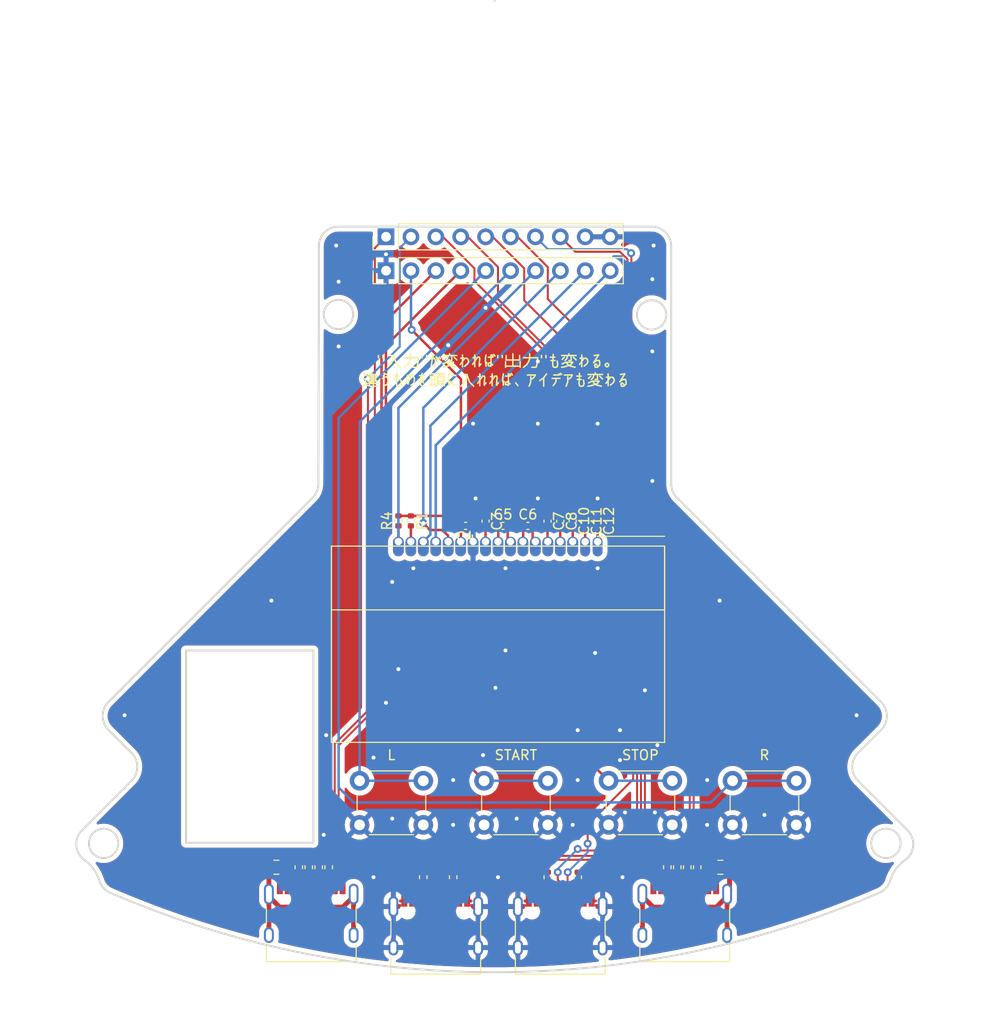
<source format=kicad_pcb>
(kicad_pcb (version 20211014) (generator pcbnew)
  (layers (0 "F.Cu" signal) (31 "B.Cu" signal) (34 "B.Paste" user) (35 "F.Paste" user) (36 "B.SilkS" user "B.Silkscreen") (37 "F.SilkS" user "F.Silkscreen") (38 "B.Mask" user) (39 "F.Mask" user) (44 "Edge.Cuts" user))
  (net 0 "")
  (net 1 "GND")
  (net 2 "Net-(C3-Pad2)")
  (net 3 "+3V3")
  (net 4 "Net-(C5-Pad1)")
  (net 5 "Net-(C5-Pad2)")
  (net 6 "Net-(C6-Pad1)")
  (net 7 "Net-(C6-Pad2)")
  (net 8 "Net-(C7-Pad2)")
  (net 9 "Net-(C8-Pad2)")
  (net 10 "R")
  (net 11 "Net-(C10-Pad2)")
  (net 12 "Net-(C11-Pad2)")
  (net 13 "Net-(C12-Pad2)")
  (net 14 "L")
  (net 16 "Net-(J1-PadA5)")
  (net 17 "Teensy D+")
  (net 18 "Teensy D-")
  (net 20 "Net-(J1-PadB5)")
  (net 22 "Line D+")
  (net 23 "Line D-")
  (net 24 "Cam D+")
  (net 25 "Cam D-")
  (net 27 "Net-(J4-PadA5)")
  (net 29 "Net-(J4-PadB5)")
  (net 31 "CS")
  (net 32 "MOSI")
  (net 33 "RS")
  (net 34 "SCK")
  (net 35 "Net-(FB1-Pad2)")
  (net 37 "Net-(J7-PadA5)")
  (net 39 "Net-(J7-PadB5)")
  (net 41 "Net-(FB2-Pad2)")
  (net 43 "Net-(J2-PadA5)")
  (net 44 "Net-(J2-PadA6)")
  (net 45 "Net-(J2-PadA7)")
  (net 47 "Net-(J2-PadB5)")
  (net 49 "Start")
  (net 50 "Stop")
  (net 51 "IR D+")
  (net 52 "IR D-")
  (net 53 "Net-(J6-Pad2)")
  (net 54 "Net-(J7-PadA6)")
  (net 55 "Net-(J7-PadA7)")
  (footprint "Button_Switch_THT:SW_PUSH_6mm_H5mm" (layer "F.Cu") (at 157.48 137.16 180)
    (fp_text reference "START")
    (fp_text value "SW_DIP_x01" hide)
  )
  (footprint "Resistor_SMD:R_0402_1005Metric" (layer "F.Cu") (at 144.78 142.494 90)
    (fp_text reference "R2" hide)
    (fp_text value "R" hide)
  )
  (footprint "Fuse:Fuse_0805_2012Metric" (layer "F.Cu") (at 129.794 141.478 180)
    (fp_text reference "FB2" hide)
    (fp_text value "Ferrite_Bead" hide)
  )
  (footprint "Resistor_SMD:R_0402_1005Metric" (layer "F.Cu") (at 132.08 141.478 -90)
    (fp_text reference "R12" hide)
    (fp_text value "R" hide)
  )
  (footprint "Resistor_SMD:R_0402_1005Metric" (layer "F.Cu") (at 133.096 141.478 -90)
    (fp_text reference "R14" hide)
    (fp_text value "22R" hide)
  )
  (footprint "Resistor_SMD:R_0402_1005Metric" (layer "F.Cu") (at 143.51 106.172 -90)
    (fp_text reference "R1")
    (fp_text value "10K")
  )
  (footprint "Capacitor_SMD:C_0402_1005Metric" (layer "F.Cu") (at 151.13 106.2 -90)
    (fp_text reference "C3")
    (fp_text value "C_Small")
  )
  (footprint "Resistor_SMD:R_0402_1005Metric" (layer "F.Cu") (at 157.48 142.494 90)
    (fp_text reference "R6" hide)
    (fp_text value "R" hide)
  )
  (footprint "Capacitor_SMD:C_0402_1005Metric" (layer "F.Cu") (at 160.02 106.172 -90)
    (fp_text reference "C10")
    (fp_text value "C_Small")
  )
  (footprint "Button_Switch_THT:SW_PUSH_6mm_H5mm" (layer "F.Cu") (at 170.18 137.16 180)
    (fp_text reference "STOP")
    (fp_text value "SW_DIP_x01" hide)
  )
  (footprint "Capacitor_SMD:C_0402_1005Metric" (layer "F.Cu") (at 155.448 106.68)
    (fp_text reference "C6")
    (fp_text value "C_Small")
  )
  (footprint "Capacitor_SMD:C_0402_1005Metric" (layer "F.Cu") (at 149.098 106.68 180)
    (fp_text reference "C4")
    (fp_text value "C_Small")
  )
  (footprint "Capacitor_SMD:C_0402_1005Metric" (layer "F.Cu") (at 161.29 106.2 -90)
    (fp_text reference "C11")
    (fp_text value "C_Small")
  )
  (footprint "Resistor_SMD:R_0402_1005Metric" (layer "F.Cu") (at 172.72 141.478 -90)
    (fp_text reference "R9" hide)
    (fp_text value "R" hide)
  )
  (footprint "Capacitor_SMD:C_0402_1005Metric" (layer "F.Cu") (at 162.56 106.172 -90)
    (fp_text reference "C12")
    (fp_text value "C_Small")
  )
  (footprint "Connector_USB:USB_C_Receptacle_XKB_U262-16XN-4BVC11" (layer "F.Cu") (at 158.75 148.59)
    (fp_text reference "J4" hide)
    (fp_text value "USB_C_Receptacle_USB2.0")
  )
  (footprint "Connector_USB:USB_C_Receptacle_XKB_U262-16XN-4BVC11" (layer "F.Cu") (at 171.45 147.32)
    (fp_text reference "J2" hide)
    (fp_text value "USB_C_Receptacle_USB2.0")
  )
  (footprint "Resistor_SMD:R_0402_1005Metric" (layer "F.Cu") (at 135.128 141.478 -90)
    (fp_text reference "R13" hide)
    (fp_text value "R" hide)
  )
  (footprint "Resistor_SMD:R_0402_1005Metric" (layer "F.Cu") (at 170.688 141.478 -90)
    (fp_text reference "R10" hide)
    (fp_text value "22R" hide)
  )
  (footprint "Fuse:Fuse_0805_2012Metric" (layer "F.Cu") (at 175.0845 141.478)
    (fp_text reference "FB1" hide)
    (fp_text value "Ferrite_Bead" hide)
  )
  (footprint "Capacitor_SMD:C_0402_1005Metric" (layer "F.Cu") (at 157.452 106.2 -90)
    (fp_text reference "C7")
    (fp_text value "C_Small")
  )
  (footprint "katamura1:LCDmodule_aqm1248a" (layer "F.Cu") (at 152.4 118.745 180)
    (fp_text reference "J6" hide)
    (fp_text value "Conn_01x17_Female")
  )
  (footprint "Connector_USB:USB_C_Receptacle_XKB_U262-16XN-4BVC11" (layer "F.Cu") (at 146.05 148.59)
    (fp_text reference "J1" hide)
    (fp_text value "USB_C_Receptacle_USB2.0")
  )
  (footprint "Resistor_SMD:R_0402_1005Metric" (layer "F.Cu") (at 171.704 141.478 -90)
    (fp_text reference "R5" hide)
    (fp_text value "22R" hide)
  )
  (footprint "Resistor_SMD:R_0402_1005Metric" (layer "F.Cu") (at 169.672 141.478 -90)
    (fp_text reference "R8" hide)
    (fp_text value "R" hide)
  )
  (footprint "Capacitor_SMD:C_0402_1005Metric" (layer "F.Cu") (at 152.908 106.68)
    (fp_text reference "C5")
    (fp_text value "C_Small")
  )
  (footprint "Button_Switch_THT:SW_PUSH_6mm_H5mm" (layer "F.Cu") (at 144.78 137.16 180)
    (fp_text reference "L")
    (fp_text value "SW_DIP_x01" hide)
  )
  (footprint "Button_Switch_THT:SW_PUSH_6mm_H5mm" (layer "F.Cu") (at 182.828 137.16 180)
    (fp_text reference "R")
    (fp_text value "SW_DIP_x01" hide)
  )
  (footprint "Connector_PinHeader_2.54mm:PinHeader_1x10_P2.54mm_Vertical" (layer "F.Cu") (at 140.985 80.6704 90)
    (fp_text reference "J3" hide)
    (fp_text value "Conn_01x10_Female")
  )
  (footprint "Resistor_SMD:R_0402_1005Metric" (layer "F.Cu") (at 147.828 142.494 90)
    (fp_text reference "R3" hide)
    (fp_text value "R" hide)
  )
  (footprint "Connector_USB:USB_C_Receptacle_XKB_U262-16XN-4BVC11" (layer "F.Cu") (at 133.35 147.32)
    (fp_text reference "J7" hide)
    (fp_text value "USB_C_Receptacle_USB2.0")
  )
  (footprint "Resistor_SMD:R_0402_1005Metric" (layer "F.Cu") (at 160.528 142.494 90)
    (fp_text reference "R7" hide)
    (fp_text value "R" hide)
  )
  (footprint "Connector_PinHeader_2.54mm:PinHeader_1x10_P2.54mm_Vertical" (layer "F.Cu") (at 140.98 77.216 90)
    (fp_text reference "J5" hide)
    (fp_text value "Conn_01x10_Female")
  )
  (footprint "Capacitor_SMD:C_0402_1005Metric" (layer "F.Cu") (at 158.75 106.2 -90)
    (fp_text reference "C8")
    (fp_text value "C_Small")
  )
  (footprint "Resistor_SMD:R_0402_1005Metric" (layer "F.Cu") (at 134.112 141.478 -90)
    (fp_text reference "R11" hide)
    (fp_text value "22R" hide)
  )
  (footprint "Resistor_SMD:R_0402_1005Metric" (layer "F.Cu") (at 142.24 106.172 90)
    (fp_text reference "R4")
    (fp_text value "10K")
  )
  (gr_line locked (start 115.016805 132.656602) (end 109.967555 137.705851) (layer "Edge.Cuts") (width 0.2))
  (gr_arc locked (start 110.223038 140.750201) (mid 111.146635 141.666216) (end 111.727466 142.830154) (layer "Edge.Cuts") (width 0.2))
  (gr_arc locked (start 192.410934 142.830154) (mid 192.991774 141.666225) (end 193.915362 140.750201) (layer "Edge.Cuts") (width 0.2))
  (gr_line locked (start 152.15322 76.177918) (end 136.122554 76.177918) (layer "Edge.Cuts") (width 0.2))
  (gr_line locked (start 133.5692 132.177801) (end 133.5692 138.977801) (layer "Edge.Cuts") (width 0.2))
  (gr_line locked (start 134.122554 78.177918) (end 134.122554 85.127467) (layer "Edge.Cuts") (width 0.2))
  (gr_arc locked (start 168.0692 76.177918) (mid 169.483414 76.763704) (end 170.0692 78.177918) (layer "Edge.Cuts") (width 0.2))
  (gr_arc locked (start 112.846024 144.076329) (mid 112.150044 143.575944) (end 111.727466 142.830154) (layer "Edge.Cuts") (width 0.2))
  (gr_arc locked (start 112.65856 127.469931) (mid 112.072774 126.055718) (end 112.65856 124.641504) (layer "Edge.Cuts") (width 0.2))
  (gr_line locked (start 191.481166 124.640178) (end 170.654986 103.813999) (layer "Edge.Cuts") (width 0.2))
  (gr_circle locked (center 136.122546 85.133068) (end 137.622546 85.133068) (layer "Edge.Cuts") (width 0.2) (fill none))
  (gr_line locked (start 168.0692 76.177918) (end 152.15322 76.177918) (layer "Edge.Cuts") (width 0.2))
  (gr_arc locked (start 191.481166 124.640178) (mid 192.066951 126.054391) (end 191.481166 127.468605) (layer "Edge.Cuts") (width 0.2))
  (gr_line locked (start 133.488392 103.811672) (end 112.65856 124.641504) (layer "Edge.Cuts") (width 0.2))
  (gr_circle locked (center 112.168297 139.040644) (end 113.668297 139.040644) (layer "Edge.Cuts") (width 0.2) (fill none))
  (gr_circle locked (center 152.0692 53.1778) (end 152.1692 53.1778) (layer "Edge.Cuts") (width 0.0001) (fill solid))
  (gr_arc locked (start 110.223038 140.750201) (mid 109.388775 139.287318) (end 109.967555 137.705851) (layer "Edge.Cuts") (width 0.2))
  (gr_arc locked (start 189.121595 132.656602) (mid 188.535814 131.242392) (end 189.121595 129.828175) (layer "Edge.Cuts") (width 0.2))
  (gr_line locked (start 112.65856 127.469931) (end 115.016805 129.828175) (layer "Edge.Cuts") (width 0.2))
  (gr_line locked (start 170.0692 102.399785) (end 170.0692 85.177878) (layer "Edge.Cuts") (width 0.2))
  (gr_line locked (start 120.5692 119.377801) (end 133.5692 119.377801) (layer "Edge.Cuts") (width 0.2))
  (gr_line locked (start 133.5692 119.377801) (end 133.5692 132.177801) (layer "Edge.Cuts") (width 0.2))
  (gr_line locked (start 120.5692 138.977801) (end 120.5692 119.377801) (layer "Edge.Cuts") (width 0.2))
  (gr_arc locked (start 134.122554 78.177918) (mid 134.70834 76.763704) (end 136.122554 76.177918) (layer "Edge.Cuts") (width 0.2))
  (gr_arc locked (start 115.016805 129.828175) (mid 115.602591 131.242389) (end 115.016805 132.656602) (layer "Edge.Cuts") (width 0.2))
  (gr_line locked (start 134.122554 85.127467) (end 134.07417 102.40306) (layer "Edge.Cuts") (width 0.2))
  (gr_arc locked (start 191.292376 144.076329) (mid 152.0692 152.1778) (end 112.846024 144.076329) (layer "Edge.Cuts") (width 0.2))
  (gr_circle locked (center 191.970103 139.040644) (end 193.470103 139.040644) (layer "Edge.Cuts") (width 0.2) (fill none))
  (gr_arc locked (start 194.170845 137.705851) (mid 194.749622 139.287316) (end 193.915362 140.750201) (layer "Edge.Cuts") (width 0.2))
  (gr_circle locked (center 168.0692 85.177878) (end 169.5692 85.177878) (layer "Edge.Cuts") (width 0.2) (fill none))
  (gr_line locked (start 189.121595 129.828175) (end 191.481166 127.468605) (layer "Edge.Cuts") (width 0.2))
  (gr_line locked (start 194.170845 137.705851) (end 189.121595 132.656602) (layer "Edge.Cuts") (width 0.2))
  (gr_arc locked (start 134.07417 102.40306) (mid 133.920864 103.165412) (end 133.488392 103.811672) (layer "Edge.Cuts") (width 0.2))
  (gr_arc locked (start 170.654986 103.813999) (mid 170.221445 103.165151) (end 170.0692 102.399785) (layer "Edge.Cuts") (width 0.2))
  (gr_line locked (start 133.5692 138.977801) (end 120.5692 138.977801) (layer "Edge.Cuts") (width 0.2))
  (gr_line locked (start 170.0692 85.177878) (end 170.0692 78.177918) (layer "Edge.Cuts") (width 0.2))
  (gr_arc locked (start 192.410934 142.830154) (mid 191.988357 143.575943) (end 191.292376 144.076329) (layer "Edge.Cuts") (width 0.2))
  (gr_text "{dblquote}入力{dblquote}が変われば{dblquote}出力{dblquote}も変わる。\n違うものを頭に入れれば、アイデアも変わる" (at 152.146 90.932) (layer "F.SilkS") (effects (font (size 1.2 1.2))))
  (segment (start 174.599511 141.930511) (end 174.599511 143.65) (width 0.5) (layer "F.Cu") (net 1))
  (segment (start 130.7315 141.478) (end 130.200489 142.009011) (width 0.5) (layer "F.Cu") (net 1))
  (segment (start 174.147 141.478) (end 174.599511 141.930511) (width 0.5) (layer "F.Cu") (net 1))
  (segment (start 130.200489 142.009011) (end 130.200489 143.65) (width 0.5) (layer "F.Cu") (net 1))
  (via (at 162.56 96.266) (size 0.8) (drill 0.4) (layers "F.Cu" "B.Cu") (net 1))
  (via (at 156.464 103.886) (size 0.8) (drill 0.4) (layers "F.Cu" "B.Cu") (net 1))
  (via (at 173.736 137.16) (size 0.8) (drill 0.4) (layers "F.Cu" "B.Cu") (net 1))
  (via (at 141.605 136.525) (size 0.8) (drill 0.4) (layers "F.Cu" "B.Cu") (net 1))
  (via (at 164.846 130.556) (size 0.8) (drill 0.4) (layers "F.Cu" "B.Cu") (net 1))
  (via (at 160.528 127.508) (size 0.8) (drill 0.4) (layers "F.Cu" "B.Cu") (net 1))
  (via (at 165.354 135.89) (size 0.8) (drill 0.4) (layers "F.Cu" "B.Cu") (net 1))
  (via (at 162.306 119.634) (size 0.8) (drill 0.4) (layers "F.Cu" "B.Cu") (net 1))
  (via (at 150.876 130.048) (size 0.8) (drill 0.4) (layers "F.Cu" "B.Cu") (net 1))
  (via (at 164.846 127.508) (size 0.8) (drill 0.4) (layers "F.Cu" "B.Cu") (net 1))
  (via (at 147.828 137.16) (size 0.8) (drill 0.4) (layers "F.Cu" "B.Cu") (net 1))
  (via (at 139.7 130.302) (size 0.8) (drill 0.4) (layers "F.Cu" "B.Cu") (net 1))
  (via (at 168.148 81.534) (size 0.8) (drill 0.4) (layers "F.Cu" "B.Cu") (net 1))
  (via (at 134.874 128.016) (size 0.8) (drill 0.4) (layers "F.Cu" "B.Cu") (net 1))
  (via (at 160.528 132.588) (size 0.8) (drill 0.4) (layers "F.Cu" "B.Cu") (net 1))
  (via (at 114.3 125.984) (size 0.8) (drill 0.4) (layers "F.Cu" "B.Cu") (net 1))
  (via (at 139.7 142.494) (size 0.8) (drill 0.4) (layers "F.Cu" "B.Cu") (net 1))
  (via (at 160.02 137.16) (size 0.8) (drill 0.4) (layers "F.Cu" "B.Cu") (net 1))
  (via (at 162.56 110.998) (size 0.8) (drill 0.4) (layers "F.Cu" "B.Cu") (net 1))
  (via (at 150.114 103.886) (size 0.8) (drill 0.4) (layers "F.Cu" "B.Cu") (net 1))
  (via (at 134.62 138.176) (size 0.8) (drill 0.4) (layers "F.Cu" "B.Cu") (net 1))
  (via (at 153.162 110.998) (size 0.8) (drill 0.4) (layers "F.Cu" "B.Cu") (net 1))
  (via (at 165.1 142.494) (size 0.8) (drill 0.4) (layers "F.Cu" "B.Cu") (net 1))
  (via (at 168.656 129.032) (size 0.8) (drill 0.4) (layers "F.Cu" "B.Cu") (net 1))
  (via (at 135.89 78.105) (size 0.8) (drill 0.4) (layers "F.Cu" "B.Cu") (net 1))
  (via (at 156.464 89.916) (size 0.8) (drill 0.4) (layers "F.Cu" "B.Cu") (net 1))
  (via (at 147.32 88.265) (size 0.8) (drill 0.4) (layers "F.Cu" "B.Cu") (net 1))
  (via (at 149.86 96.266) (size 0.8) (drill 0.4) (layers "F.Cu" "B.Cu") (net 1))
  (via (at 168.275 78.105) (size 0.8) (drill 0.4) (layers "F.Cu" "B.Cu") (net 1))
  (via (at 156.464 96.266) (size 0.8) (drill 0.4) (layers "F.Cu" "B.Cu") (net 1))
  (via (at 175.006 114.3) (size 0.8) (drill 0.4) (layers "F.Cu" "B.Cu") (net 1))
  (via (at 140.97 124.714) (size 0.8) (drill 0.4) (layers "F.Cu" "B.Cu") (net 1))
  (via (at 141.605 112.395) (size 0.8) (drill 0.4) (layers "F.Cu" "B.Cu") (net 1))
  (via (at 167.386 123.444) (size 0.8) (drill 0.4) (layers "F.Cu" "B.Cu") (net 1))
  (via (at 143.764 110.998) (size 0.8) (drill 0.4) (layers "F.Cu" "B.Cu") (net 1))
  (via (at 154.305 136.525) (size 0.8) (drill 0.4) (layers "F.Cu" "B.Cu") (net 1))
  (via (at 179.578 136.144) (size 0.8) (drill 0.4) (layers "F.Cu" "B.Cu") (net 1))
  (via (at 168.148 88.9) (size 0.8) (drill 0.4) (layers "F.Cu" "B.Cu") (net 1))
  (via (at 136.144 81.788) (size 0.8) (drill 0.4) (layers "F.Cu" "B.Cu") (net 1))
  (via (at 142.24 121.285) (size 0.8) (drill 0.4) (layers "F.Cu" "B.Cu") (net 1))
  (via (at 129.286 114.3) (size 0.8) (drill 0.4) (layers "F.Cu" "B.Cu") (net 1))
  (via (at 162.56 103.886) (size 0.8) (drill 0.4) (layers "F.Cu" "B.Cu") (net 1))
  (via (at 147.828 132.588) (size 0.8) (drill 0.4) (layers "F.Cu" "B.Cu") (net 1))
  (via (at 151.13 84.455) (size 0.8) (drill 0.4) (layers "F.Cu" "B.Cu") (net 1))
  (via (at 173.736 132.588) (size 0.8) (drill 0.4) (layers "F.Cu" "B.Cu") (net 1))
  (via (at 136.144 88.392) (size 0.8) (drill 0.4) (layers "F.Cu" "B.Cu") (net 1))
  (via (at 152.146 123.19) (size 0.8) (drill 0.4) (layers "F.Cu" "B.Cu") (net 1))
  (via (at 168.148 102.108) (size 0.8) (drill 0.4) (layers "F.Cu" "B.Cu") (net 1))
  (via (at 140.97 78.994) (size 0.8) (drill 0.4) (layers "F.Cu" "B.Cu") (net 1))
  (via (at 152.4 142.494) (size 0.8) (drill 0.4) (layers "F.Cu" "B.Cu") (net 1))
  (via (at 168.402 135.89) (size 0.8) (drill 0.4) (layers "F.Cu" "B.Cu") (net 1))
  (via (at 188.976 125.984) (size 0.8) (drill 0.4) (layers "F.Cu" "B.Cu") (net 1))
  (via (at 153.162 119.38) (size 0.8) (drill 0.4) (layers "F.Cu" "B.Cu") (net 1))
  (segment (start 151.13 106.68) (end 151.13 108.285) (width 0.25) (layer "F.Cu") (net 2))
  (segment (start 148.618 106.68) (end 148.618 91.722) (width 0.25) (layer "F.Cu") (net 3))
  (segment (start 143.51 105.662) (end 147.6 105.662) (width 0.25) (layer "F.Cu") (net 3))
  (segment (start 147.6 105.662) (end 148.618 106.68) (width 0.25) (layer "F.Cu") (net 3))
  (segment (start 142.24 105.662) (end 143.51 105.662) (width 0.25) (layer "F.Cu") (net 3))
  (segment (start 148.618 91.722) (end 143.597999 86.701999) (width 0.25) (layer "F.Cu") (net 3))
  (segment (start 148.618 106.68) (end 148.618 108.257) (width 0.25) (layer "F.Cu") (net 3))
  (segment (start 148.618 108.257) (end 148.59 108.285) (width 0.25) (layer "F.Cu") (net 3))
  (via (at 143.597999 86.701999) (size 0.8) (drill 0.4) (layers "F.Cu" "B.Cu") (net 3))
  (segment (start 143.597999 86.701999) (end 143.525 86.629) (width 0.25) (layer "B.Cu") (net 3))
  (segment (start 143.525 86.629) (end 143.525 80.6704) (width 0.25) (layer "B.Cu") (net 3))
  (segment (start 152.428 108.257) (end 152.4 108.285) (width 0.25) (layer "F.Cu") (net 4))
  (segment (start 152.428 106.68) (end 152.428 108.257) (width 0.25) (layer "F.Cu") (net 4))
  (segment (start 153.388 108.003) (end 153.67 108.285) (width 0.25) (layer "F.Cu") (net 5))
  (segment (start 153.388 106.68) (end 153.388 108.003) (width 0.25) (layer "F.Cu") (net 5))
  (segment (start 154.968 106.68) (end 154.968 108.257) (width 0.25) (layer "F.Cu") (net 6))
  (segment (start 154.968 108.257) (end 154.94 108.285) (width 0.25) (layer "F.Cu") (net 6))
  (segment (start 155.928 108.003) (end 156.21 108.285) (width 0.25) (layer "F.Cu") (net 7))
  (segment (start 155.928 106.68) (end 155.928 108.003) (width 0.25) (layer "F.Cu") (net 7))
  (segment (start 157.452 106.68) (end 157.452 108.257) (width 0.25) (layer "F.Cu") (net 8))
  (segment (start 157.452 108.257) (end 157.48 108.285) (width 0.25) (layer "F.Cu") (net 8))
  (segment (start 158.75 106.68) (end 158.75 108.285) (width 0.25) (layer "F.Cu") (net 9))
  (segment (start 174.114 134.874) (end 176.328 132.66) (width 0.25) (layer "B.Cu") (net 10))
  (segment (start 151.145 80.6704) (end 136.144 95.6714) (width 0.25) (layer "B.Cu") (net 10))
  (segment (start 136.144 133.35) (end 137.668 134.874) (width 0.25) (layer "B.Cu") (net 10))
  (segment (start 136.144 95.6714) (end 136.144 133.35) (width 0.25) (layer "B.Cu") (net 10))
  (segment (start 182.828 132.66) (end 176.328 132.66) (width 0.25) (layer "B.Cu") (net 10))
  (segment (start 137.668 134.874) (end 174.114 134.874) (width 0.25) (layer "B.Cu") (net 10))
  (segment (start 160.02 106.652) (end 160.02 108.285) (width 0.25) (layer "F.Cu") (net 11))
  (segment (start 161.29 106.68) (end 161.29 108.295) (width 0.25) (layer "F.Cu") (net 12))
  (segment (start 162.56 106.652) (end 162.56 108.295) (width 0.25) (layer "F.Cu") (net 13))
  (segment (start 138.28 96.0754) (end 153.685 80.6704) (width 0.25) (layer "B.Cu") (net 14))
  (segment (start 138.28 132.66) (end 144.78 132.66) (width 0.25) (layer "B.Cu") (net 14))
  (segment (start 138.28 132.66) (end 138.28 96.0754) (width 0.25) (layer "B.Cu") (net 14))
  (segment (start 144.825489 145.288) (end 144.8 145.262511) (width 0.25) (layer "F.Cu") (net 16))
  (segment (start 144.78 143.004) (end 144.825489 143.049489) (width 0.25) (layer "F.Cu") (net 16))
  (segment (start 144.825489 143.049489) (end 144.825489 145.288) (width 0.25) (layer "F.Cu") (net 16))
  (segment (start 144.8 145.262511) (end 144.8 144.92) (width 0.25) (layer "F.Cu") (net 16))
  (segment (start 146.8 145.744022) (end 146.749511 145.794511) (width 0.2) (layer "F.Cu") (net 17))
  (segment (start 146.749511 145.794511) (end 145.850489 145.794511) (width 0.2) (layer "F.Cu") (net 17))
  (segment (start 145.8 145.744022) (end 145.8 144.92) (width 0.2) (layer "F.Cu") (net 17))
  (segment (start 157.48 83.566) (end 165.20848 91.29448) (width 0.2) (layer "F.Cu") (net 17))
  (segment (start 153.68 77.216) (end 154.396255 77.216) (width 0.2) (layer "F.Cu") (net 17))
  (segment (start 167.386 136.652) (end 163.322 140.716) (width 0.2) (layer "F.Cu") (net 17))
  (segment (start 146.8 141.998) (end 146.8 144.92) (width 0.2) (layer "F.Cu") (net 17))
  (segment (start 145.850489 145.794511) (end 145.8 145.744022) (width 0.2) (layer "F.Cu") (net 17))
  (segment (start 157.48 80.299745) (end 157.48 83.566) (width 0.2) (layer "F.Cu") (net 17))
  (segment (start 167.386 126.549006) (end 167.386 136.652) (width 0.2) (layer "F.Cu") (net 17))
  (segment (start 163.322 140.716) (end 148.082 140.716) (width 0.2) (layer "F.Cu") (net 17))
  (segment (start 165.208481 124.371487) (end 167.386 126.549006) (width 0.2) (layer "F.Cu") (net 17))
  (segment (start 148.082 140.716) (end 146.8 141.998) (width 0.2) (layer "F.Cu") (net 17))
  (segment (start 154.396255 77.216) (end 157.48 80.299745) (width 0.2) (layer "F.Cu") (net 17))
  (segment (start 146.8 144.92) (end 146.8 145.744022) (width 0.2) (layer "F.Cu") (net 17))
  (segment (start 165.20848 91.29448) (end 165.208481 124.371487) (width 0.2) (layer "F.Cu") (net 17))
  (segment (start 155.075489 83.701489) (end 164.80896 93.43496) (width 0.2) (layer "F.Cu") (net 18))
  (segment (start 166.98648 136.486514) (end 163.156514 140.31648) (width 0.2) (layer "F.Cu") (net 18))
  (segment (start 145.3 144.92) (end 145.3 144.095978) (width 0.2) (layer "F.Cu") (net 18))
  (segment (start 146.3 144.095978) (end 146.3 144.92) (width 0.2) (layer "F.Cu") (net 18))
  (segment (start 164.808962 124.536974) (end 166.98648 126.714492) (width 0.2) (layer "F.Cu") (net 18))
  (segment (start 151.856255 77.216) (end 155.075489 80.435234) (width 0.2) (layer "F.Cu") (net 18))
  (segment (start 155.075489 80.435234) (end 155.075489 83.701489) (width 0.2) (layer "F.Cu") (net 18))
  (segment (start 163.156514 140.31648) (end 147.916513 140.316481) (width 0.2) (layer "F.Cu") (net 18))
  (segment (start 164.80896 93.43496) (end 164.80896 122.97304) (width 0.2) (layer "F.Cu") (net 18))
  (segment (start 145.350489 144.045489) (end 146.249511 144.045489) (width 0.2) (layer "F.Cu") (net 18))
  (segment (start 146.249511 144.045489) (end 146.3 144.095978) (width 0.2) (layer "F.Cu") (net 18))
  (segment (start 166.98648 126.714492) (end 166.98648 136.486514) (width 0.2) (layer "F.Cu") (net 18))
  (segment (start 145.3 144.095978) (end 145.350489 144.045489) (width 0.2) (layer "F.Cu") (net 18))
  (segment (start 146.3 141.932994) (end 146.3 144.92) (width 0.2) (layer "F.Cu") (net 18))
  (segment (start 151.14 77.216) (end 151.856255 77.216) (width 0.2) (layer "F.Cu") (net 18))
  (segment (start 164.80896 122.97304) (end 164.808962 124.536974) (width 0.2) (layer "F.Cu") (net 18))
  (segment (start 147.916513 140.316481) (end 146.3 141.932994) (width 0.2) (layer "F.Cu") (net 18))
  (segment (start 147.8 143.032) (end 147.8 144.92) (width 0.25) (layer "F.Cu") (net 20))
  (segment (start 147.828 143.004) (end 147.8 143.032) (width 0.25) (layer "F.Cu") (net 20))
  (segment (start 136.144 138.936) (end 134.112 140.968) (width 0.2) (layer "F.Cu") (net 22))
  (segment (start 139.835489 78.360511) (end 139.835489 125.370431) (width 0.2) (layer "F.Cu") (net 22))
  (segment (start 136.144 129.06192) (end 136.144 138.936) (width 0.2) (layer "F.Cu") (net 22))
  (segment (start 139.835489 125.370431) (end 136.144 129.06192) (width 0.2) (layer "F.Cu") (net 22))
  (segment (start 140.98 77.216) (end 139.835489 78.360511) (width 0.2) (layer "F.Cu") (net 22))
  (segment (start 134.463497 140.051497) (end 134.012503 140.051497) (width 0.2) (layer "F.Cu") (net 23))
  (segment (start 139.135989 91.694) (end 139.135989 125.504925) (width 0.2) (layer "F.Cu") (net 23))
  (segment (start 134.012503 140.051497) (end 133.096 140.968) (width 0.2) (layer "F.Cu") (net 23))
  (segment (start 139.116395 91.674406) (end 139.135989 91.694) (width 0.2) (layer "F.Cu") (net 23))
  (segment (start 135.74448 138.770514) (end 134.463497 140.051497) (width 0.2) (layer "F.Cu") (net 23))
  (segment (start 135.744481 128.896433) (end 135.74448 138.770514) (width 0.2) (layer "F.Cu") (net 23))
  (segment (start 139.135989 125.504925) (end 135.744481 128.896433) (width 0.2) (layer "F.Cu") (net 23))
  (via (at 139.116395 91.674406) (size 0.8) (drill 0.4) (layers "F.Cu" "B.Cu") (net 23))
  (segment (start 142.375489 88.415312) (end 142.375489 78.360511) (width 0.2) (layer "B.Cu") (net 23))
  (segment (start 139.116395 91.674406) (end 142.375489 88.415312) (width 0.2) (layer "B.Cu") (net 23))
  (segment (start 142.375489 78.360511) (end 143.52 77.216) (width 0.2) (layer "B.Cu") (net 23))
  (segment (start 159.5 145.744022) (end 159.5 144.92) (width 0.2) (layer "F.Cu") (net 24))
  (segment (start 159.5 144.92) (end 159.5 141.998) (width 0.2) (layer "F.Cu") (net 24))
  (segment (start 146.776255 77.216) (end 149.995489 80.435234) (width 0.2) (layer "F.Cu") (net 24))
  (segment (start 166.18744 127.128446) (end 166.18744 132.51656) (width 0.2) (layer "F.Cu") (net 24))
  (segment (start 166.18744 132.51656) (end 161.544 137.16) (width 0.2) (layer "F.Cu") (net 24))
  (segment (start 149.995489 80.435234) (end 149.995489 81.726495) (width 0.2) (layer "F.Cu") (net 24))
  (segment (start 159.5 141.998) (end 159.512 141.986) (width 0.2) (layer "F.Cu") (net 24))
  (segment (start 161.544 137.16) (end 161.544 139.070494) (width 0.2) (layer "F.Cu") (net 24))
  (segment (start 159.449511 145.794511) (end 159.5 145.744022) (width 0.2) (layer "F.Cu") (net 24))
  (segment (start 158.5 144.92) (end 158.5 145.744022) (width 0.2) (layer "F.Cu") (net 24))
  (segment (start 149.995489 81.726495) (end 164.009921 95.740927) (width 0.2) (layer "F.Cu") (net 24))
  (segment (start 164.009921 124.950927) (end 166.18744 127.128446) (width 0.2) (layer "F.Cu") (net 24))
  (segment (start 146.06 77.216) (end 146.776255 77.216) (width 0.2) (layer "F.Cu") (net 24))
  (segment (start 158.550489 145.794511) (end 159.449511 145.794511) (width 0.2) (layer "F.Cu") (net 24))
  (segment (start 164.009921 95.740927) (end 164.009921 124.950927) (width 0.2) (layer "F.Cu") (net 24))
  (segment (start 158.5 145.744022) (end 158.550489 145.794511) (width 0.2) (layer "F.Cu") (net 24))
  (via (at 159.512 141.986) (size 0.8) (drill 0.4) (layers "F.Cu" "B.Cu") (net 24))
  (via (at 161.544 139.070494) (size 0.8) (drill 0.4) (layers "F.Cu" "B.Cu") (net 24))
  (segment (start 161.544 139.954) (end 161.544 139.070494) (width 0.2) (layer "B.Cu") (net 24))
  (segment (start 159.512 141.986) (end 161.544 139.954) (width 0.2) (layer "B.Cu") (net 24))
  (segment (start 164.40944 124.78544) (end 166.58696 126.96296) (width 0.2) (layer "F.Cu") (net 25))
  (segment (start 158.949511 144.045489) (end 158.050489 144.045489) (width 0.2) (layer "F.Cu") (net 25))
  (segment (start 159 144.92) (end 159 144.095978) (width 0.2) (layer "F.Cu") (net 25))
  (segment (start 166.58696 136.321028) (end 163.137994 139.769994) (width 0.2) (layer "F.Cu") (net 25))
  (segment (start 148.6 77.216) (end 149.316255 77.216) (width 0.2) (layer "F.Cu") (net 25))
  (segment (start 158 144.92) (end 158 144.095978) (width 0.2) (layer "F.Cu") (net 25))
  (segment (start 149.316255 77.216) (end 152.4 80.299745) (width 0.2) (layer "F.Cu") (net 25))
  (segment (start 158 144.095978) (end 158.050489 144.045489) (width 0.2) (layer "F.Cu") (net 25))
  (segment (start 164.40944 95.57544) (end 164.40944 124.78544) (width 0.2) (layer "F.Cu") (net 25))
  (segment (start 152.4 83.566) (end 164.40944 95.57544) (width 0.2) (layer "F.Cu") (net 25))
  (segment (start 158.496 141.986) (end 158.496 142.756) (width 0.2) (layer "F.Cu") (net 25))
  (segment (start 166.58696 126.96296) (end 166.58696 136.321028) (width 0.2) (layer "F.Cu") (net 25))
  (segment (start 159 144.095978) (end 158.949511 144.045489) (width 0.2) (layer "F.Cu") (net 25))
  (segment (start 159 143.26) (end 159 144.92) (width 0.2) (layer "F.Cu") (net 25))
  (segment (start 158.050489 144.045489) (end 158.777489 144.045489) (width 0.2) (layer "F.Cu") (net 25))
  (segment (start 163.137994 139.769994) (end 160.681014 139.769994) (width 0.2) (layer "F.Cu") (net 25))
  (segment (start 152.4 80.299745) (end 152.4 83.566) (width 0.2) (layer "F.Cu") (net 25))
  (segment (start 160.681014 139.769994) (end 160.528 139.61698) (width 0.2) (layer "F.Cu") (net 25))
  (segment (start 158.496 142.756) (end 159 143.26) (width 0.2) (layer "F.Cu") (net 25))
  (via (at 160.528 139.61698) (size 0.8) (drill 0.4) (layers "F.Cu" "B.Cu") (net 25))
  (via (at 158.496 141.986) (size 0.8) (drill 0.4) (layers "F.Cu" "B.Cu") (net 25))
  (segment (start 158.496 141.64898) (end 160.528 139.61698) (width 0.2) (layer "B.Cu") (net 25))
  (segment (start 158.496 141.986) (end 158.496 141.64898) (width 0.2) (layer "B.Cu") (net 25))
  (segment (start 157.48 144.9) (end 157.5 144.92) (width 0.25) (layer "F.Cu") (net 27))
  (segment (start 157.48 143.004) (end 157.48 144.9) (width 0.25) (layer "F.Cu") (net 27))
  (segment (start 160.528 143.004) (end 160.5 143.032) (width 0.25) (layer "F.Cu") (net 29))
  (segment (start 160.5 143.032) (end 160.5 144.92) (width 0.25) (layer "F.Cu") (net 29))
  (segment (start 142.24 106.682) (end 142.24 108.285) (width 0.25) (layer "F.Cu") (net 31))
  (segment (start 142.24 94.6554) (end 156.225 80.6704) (width 0.25) (layer "B.Cu") (net 31))
  (segment (start 142.24 108.285) (end 142.24 94.6554) (width 0.25) (layer "B.Cu") (net 31))
  (segment (start 147.32 108.285) (end 147.32 107.696) (width 0.25) (layer "F.Cu") (net 32))
  (segment (start 144.78 106.426) (end 144.78 106.3865) (width 0.25) (layer "F.Cu") (net 32))
  (segment (start 146.7255 107.1015) (end 145.4555 107.1015) (width 0.25) (layer "F.Cu") (net 32))
  (segment (start 147.32 107.696) (end 146.7255 107.1015) (width 0.25) (layer "F.Cu") (net 32))
  (segment (start 145.4555 107.1015) (end 144.78 106.426) (width 0.25) (layer "F.Cu") (net 32))
  (via (at 144.78 106.3865) (size 0.8) (drill 0.4) (layers "F.Cu" "B.Cu") (net 32))
  (segment (start 144.78 106.3865) (end 144.78 94.6554) (width 0.25) (layer "B.Cu") (net 32))
  (segment (start 144.78 94.6554) (end 158.765 80.6704) (width 0.25) (layer "B.Cu") (net 32))
  (segment (start 145.504511 96.470889) (end 161.305 80.6704) (width 0.25) (layer "B.Cu") (net 33))
  (segment (start 144.78 108.285) (end 145.504511 107.560489) (width 0.25) (layer "B.Cu") (net 33))
  (segment (start 145.504511 107.560489) (end 145.504511 96.470889) (width 0.25) (layer "B.Cu") (net 33))
  (segment (start 146.05 98.4654) (end 163.845 80.6704) (width 0.25) (layer "B.Cu") (net 34))
  (segment (start 146.05 108.285) (end 146.05 98.4654) (width 0.25) (layer "B.Cu") (net 34))
  (segment (start 175.77 148.395) (end 175.77 144.215) (width 0.5) (layer "F.Cu") (net 35))
  (segment (start 176.022 143.963) (end 175.77 144.215) (width 0.5) (layer "F.Cu") (net 35))
  (segment (start 167.13 144.215) (end 167.13 144.45105) (width 0.5) (layer "F.Cu") (net 35))
  (segment (start 176.022 141.478) (end 176.022 143.963) (width 0.5) (layer "F.Cu") (net 35))
  (segment (start 167.13 148.395) (end 167.13 144.215) (width 0.5) (layer "F.Cu") (net 35))
  (segment (start 167.13 144.45105) (end 168.22095 145.542) (width 0.5) (layer "F.Cu") (net 35))
  (segment (start 168.22095 145.542) (end 174.67905 145.542) (width 0.5) (layer "F.Cu") (net 35))
  (segment (start 175.77 144.45105) (end 175.77 144.215) (width 0.5) (layer "F.Cu") (net 35))
  (segment (start 174.67905 145.542) (end 175.77 144.45105) (width 0.5) (layer "F.Cu") (net 35))
  (segment (start 132.08 143.63) (end 132.1 143.65) (width 0.25) (layer "F.Cu") (net 37))
  (segment (start 132.08 141.988) (end 132.08 143.63) (width 0.25) (layer "F.Cu") (net 37))
  (segment (start 135.1 142.016) (end 135.1 143.65) (width 0.25) (layer "F.Cu") (net 39))
  (segment (start 135.128 141.988) (end 135.1 142.016) (width 0.25) (layer "F.Cu") (net 39))
  (segment (start 129.03 144.215) (end 129.03 148.395) (width 0.5) (layer "F.Cu") (net 41))
  (segment (start 137.67 144.215) (end 137.67 144.45105) (width 0.5) (layer "F.Cu") (net 41))
  (segment (start 130.12095 145.542) (end 129.03 144.45105) (width 0.5) (layer "F.Cu") (net 41))
  (segment (start 136.57905 145.542) (end 130.12095 145.542) (width 0.5) (layer "F.Cu") (net 41))
  (segment (start 129.03 144.45105) (end 129.03 144.215) (width 0.5) (layer "F.Cu") (net 41))
  (segment (start 137.67 144.215) (end 137.67 148.395) (width 0.5) (layer "F.Cu") (net 41))
  (segment (start 137.67 144.45105) (end 136.57905 145.542) (width 0.5) (layer "F.Cu") (net 41))
  (segment (start 129.03 141.6515) (end 128.8565 141.478) (width 0.5) (layer "F.Cu") (net 41))
  (segment (start 129.03 144.215) (end 129.03 141.6515) (width 0.5) (layer "F.Cu") (net 41))
  (segment (start 169.672 141.988) (end 170.2 142.516) (width 0.25) (layer "F.Cu") (net 43))
  (segment (start 170.2 142.516) (end 170.2 143.65) (width 0.25) (layer "F.Cu") (net 43))
  (segment (start 171.2 143.65) (end 171.2 142.775978) (width 0.25) (layer "F.Cu") (net 44))
  (segment (start 172.2 143.65) (end 172.2 142.484) (width 0.25) (layer "F.Cu") (net 44))
  (segment (start 171.2 142.775978) (end 171.225489 142.750489) (width 0.25) (layer "F.Cu") (net 44))
  (segment (start 172.2 142.775978) (end 172.2 143.65) (width 0.25) (layer "F.Cu") (net 44))
  (segment (start 172.174511 142.750489) (end 172.2 142.775978) (width 0.25) (layer "F.Cu") (net 44))
  (segment (start 172.2 142.484) (end 171.704 141.988) (width 0.25) (layer "F.Cu") (net 44))
  (segment (start 171.225489 142.750489) (end 172.174511 142.750489) (width 0.25) (layer "F.Cu") (net 44))
  (segment (start 170.688 141.988) (end 170.688 143.638) (width 0.25) (layer "F.Cu") (net 45))
  (segment (start 171.7 144.524022) (end 171.7 143.65) (width 0.25) (layer "F.Cu") (net 45))
  (segment (start 170.688 143.638) (end 170.7 143.65) (width 0.25) (layer "F.Cu") (net 45))
  (segment (start 170.725489 144.549511) (end 171.674511 144.549511) (width 0.25) (layer "F.Cu") (net 45))
  (segment (start 171.674511 144.549511) (end 171.7 144.524022) (width 0.25) (layer "F.Cu") (net 45))
  (segment (start 170.7 143.65) (end 170.7 144.524022) (width 0.25) (layer "F.Cu") (net 45))
  (segment (start 170.7 144.524022) (end 170.725489 144.549511) (width 0.25) (layer "F.Cu") (net 45))
  (segment (start 173.2 142.468) (end 173.2 143.65) (width 0.25) (layer "F.Cu") (net 47))
  (segment (start 172.72 141.988) (end 173.2 142.468) (width 0.25) (layer "F.Cu") (net 47))
  (segment (start 150.98 132.66) (end 140.52048 122.20048) (width 0.25) (layer "F.Cu") (net 49))
  (segment (start 140.52048 122.20048) (end 140.52048 86.21492) (width 0.25) (layer "F.Cu") (net 49))
  (segment (start 140.52048 86.21492) (end 146.065 80.6704) (width 0.25) (layer "F.Cu") (net 49))
  (segment (start 157.48 132.66) (end 150.98 132.66) (width 0.25) (layer "B.Cu") (net 49))
  (segment (start 140.97 88.3054) (end 148.605 80.6704) (width 0.25) (layer "F.Cu") (net 50))
  (segment (start 140.97 109.95) (end 140.97 88.3054) (width 0.25) (layer "F.Cu") (net 50))
  (segment (start 163.68 132.66) (end 140.97 109.95) (width 0.25) (layer "F.Cu") (net 50))
  (segment (start 170.18 132.66) (end 163.68 132.66) (width 0.25) (layer "B.Cu") (net 50))
  (segment (start 166.00752 124.040514) (end 166.00752 78.912276) (width 0.2) (layer "F.Cu") (net 51))
  (segment (start 166.00752 78.912276) (end 165.975622 78.880378) (width 0.2) (layer "F.Cu") (net 51))
  (segment (start 171.704 139.376006) (end 172.35752 138.722486) (width 0.2) (layer "F.Cu") (net 51))
  (segment (start 172.35752 138.722486) (end 172.35752 130.390514) (width 0.2) (layer "F.Cu") (net 51))
  (segment (start 171.704 140.968) (end 171.704 139.376006) (width 0.2) (layer "F.Cu") (net 51))
  (segment (start 172.35752 130.390514) (end 166.00752 124.040514) (width 0.2) (layer "F.Cu") (net 51))
  (via (at 165.975622 78.880378) (size 0.8) (drill 0.4) (layers "F.Cu" "B.Cu") (net 51))
  (segment (start 165.581244 78.486) (end 157.49 78.486) (width 0.2) (layer "B.Cu") (net 51))
  (segment (start 165.975622 78.880378) (end 165.581244 78.486) (width 0.2) (layer "B.Cu") (net 51))
  (segment (start 157.49 78.486) (end 156.22 77.216) (width 0.2) (layer "B.Cu") (net 51))
  (segment (start 160.284 78.74) (end 158.76 77.216) (width 0.2) (layer "F.Cu") (net 52))
  (segment (start 171.958 130.556) (end 165.608 124.206) (width 0.2) (layer "F.Cu") (net 52))
  (segment (start 165.608 124.206) (end 165.608 79.502) (width 0.2) (layer "F.Cu") (net 52))
  (segment (start 170.688 139.827) (end 171.958 138.557) (width 0.2) (layer "F.Cu") (net 52))
  (segment (start 170.688 140.968) (end 170.688 139.827) (width 0.2) (layer "F.Cu") (net 52))
  (segment (start 171.958 138.557) (end 171.958 130.556) (width 0.2) (layer "F.Cu") (net 52))
  (segment (start 165.608 79.502) (end 164.846 78.74) (width 0.2) (layer "F.Cu") (net 52))
  (segment (start 164.846 78.74) (end 160.284 78.74) (width 0.2) (layer "F.Cu") (net 52))
  (segment (start 143.51 106.682) (end 143.51 108.285) (width 0.25) (layer "F.Cu") (net 53))
  (segment (start 133.125489 144.549511) (end 134.074511 144.549511) (width 0.25) (layer "F.Cu") (net 54))
  (segment (start 133.1 143.65) (end 133.1 144.524022) (width 0.25) (layer "F.Cu") (net 54))
  (segment (start 133.1 144.524022) (end 133.125489 144.549511) (width 0.25) (layer "F.Cu") (net 54))
  (segment (start 134.112 141.988) (end 134.112 143.638) (width 0.25) (layer "F.Cu") (net 54))
  (segment (start 134.112 143.638) (end 134.1 143.65) (width 0.25) (layer "F.Cu") (net 54))
  (segment (start 134.1 144.524022) (end 134.1 143.65) (width 0.25) (layer "F.Cu") (net 54))
  (segment (start 134.074511 144.549511) (end 134.1 144.524022) (width 0.25) (layer "F.Cu") (net 54))
  (segment (start 133.6 142.775978) (end 133.574511 142.750489) (width 0.25) (layer "F.Cu") (net 55))
  (segment (start 132.6 143.65) (end 132.6 142.484) (width 0.25) (layer "F.Cu") (net 55))
  (segment (start 132.6 142.76) (end 132.6 143.65) (width 0.25) (layer "F.Cu") (net 55))
  (segment (start 132.609511 142.750489) (end 132.6 142.76) (width 0.25) (layer "F.Cu") (net 55))
  (segment (start 133.574511 142.750489) (end 132.609511 142.750489) (width 0.25) (layer "F.Cu") (net 55))
  (segment (start 132.6 142.484) (end 133.096 141.988) (width 0.25) (layer "F.Cu") (net 55))
  (segment (start 133.6 143.65) (end 133.6 142.775978) (width 0.25) (layer "F.Cu") (net 55))
  (zone (net 1) (net_name "GND") (layers F&B.Cu) (connect_pads (clearance 0.508)) (min_thickness 0.254) (fill yes (thermal_gap 0.508) (thermal_bridge_width 0.508))
    (polygon (pts (xy 203.2 157.48) (xy 101.6 157.48) (xy 101.6 71.12) (xy 203.2 71.12)))
  )
)
</source>
